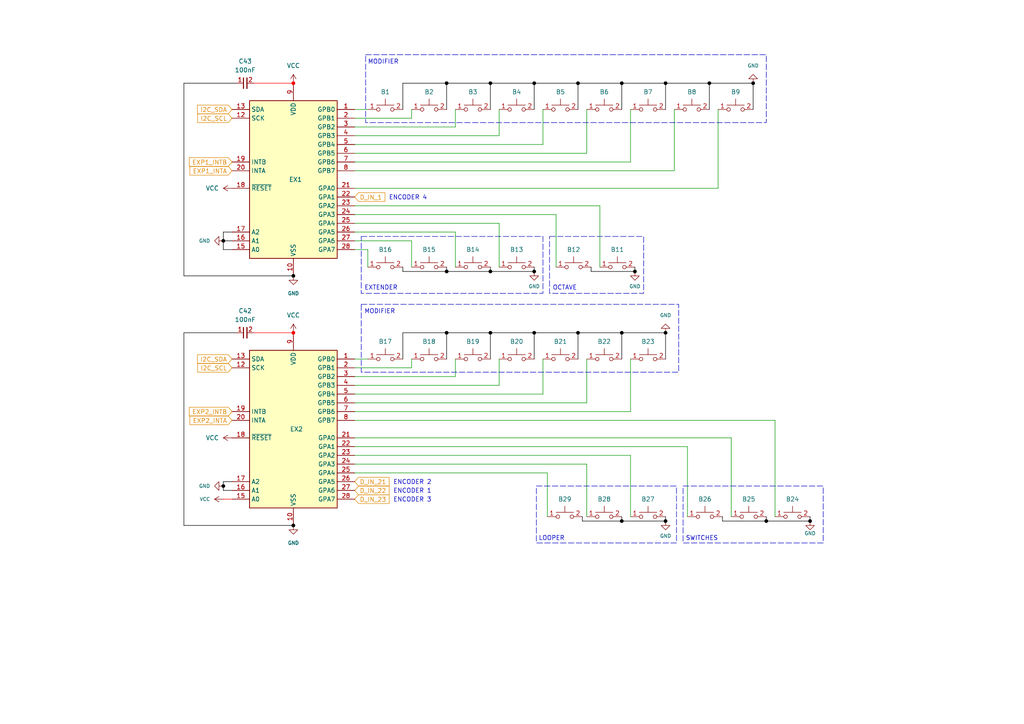
<source format=kicad_sch>
(kicad_sch (version 20250114) (generator "eeschema") (generator_version "9.0")
  (paper "A4")
  (lib_symbols
    (symbol "Symbols:Capacitor 0603"
      (property "Reference" "C" (at -3.048 0 90))
      (symbol "Capacitor 0603_0_1"
        (polyline (pts (xy -1.524 0.508) (xy 1.524 0.508)) (stroke (width 0.3048)))
        (polyline (pts (xy -1.524 -0.508) (xy 1.524 -0.508)) (stroke (width 0.3302)))
      )
      (symbol "Capacitor 0603_1_1"
        (pin passive line (at 0 2.54 270) (length 2.032) (name "~") (number "1"))
        (pin passive line (at 0 -2.54 90) (length 2.032) (name "~") (number "2"))
      )
    )
    (symbol "Symbols:GND" (power) (pin_numbers (hide yes)) (pin_names (hide yes))
      (property "Value" "GND" (at 0 -3.302 0))
      (symbol "GND_0_1"
        (polyline (pts (xy 0 0) (xy 0 -1.27) (xy 1.27 -1.27) (xy 0 -2.54) (xy -1.27 -1.27) (xy 0 -1.27)))
      )
      (symbol "GND_1_1"
        (pin power_in line (at 0 0 270) (length 0) (name "~") (number ""))
      )
    )
    (symbol "Symbols:MCP23017 Expander"
      (property "Reference" "U" (at 0 0 0))
      (symbol "MCP23017 Expander_0_1"
        (rectangle (start -12.7 22.86) (end 12.7 -22.86) (stroke (width 0.254)) (fill (type background)))
      )
      (symbol "MCP23017 Expander_1_1"
        (pin bidirectional line (at -17.78 20.32 0) (length 5.08) (name "SDA") (number "13"))
        (pin input line (at -17.78 17.78 0) (length 5.08) (name "SCK") (number "12"))
        (pin tri_state line (at -17.78 5.08 0) (length 5.08) (name "INTB") (number "19"))
        (pin tri_state line (at -17.78 2.54 0) (length 5.08) (name "INTA") (number "20"))
        (pin input line (at -17.78 -2.54 0) (length 5.08) (name "~{RESET}") (number "18"))
        (pin input line (at -17.78 -15.24 0) (length 5.08) (name "A2") (number "17"))
        (pin input line (at -17.78 -17.78 0) (length 5.08) (name "A1") (number "16"))
        (pin input line (at -17.78 -20.32 0) (length 5.08) (name "A0") (number "15"))
        (pin no_connect line (at -12.7 15.24 0) (length 5.08) (hide yes) (name "NC") (number "11"))
        (pin no_connect line (at -12.7 12.7 0) (length 5.08) (hide yes) (name "NC") (number "14"))
        (pin power_in line (at 0 27.94 270) (length 5.08) (name "VDD") (number "9"))
        (pin power_in line (at 0 -27.94 90) (length 5.08) (name "VSS") (number "10"))
        (pin bidirectional line (at 17.78 20.32 180) (length 5.08) (name "GPB0") (number "1"))
        (pin bidirectional line (at 17.78 17.78 180) (length 5.08) (name "GPB1") (number "2"))
        (pin bidirectional line (at 17.78 15.24 180) (length 5.08) (name "GPB2") (number "3"))
        (pin bidirectional line (at 17.78 12.7 180) (length 5.08) (name "GPB3") (number "4"))
        (pin bidirectional line (at 17.78 10.16 180) (length 5.08) (name "GPB4") (number "5"))
        (pin bidirectional line (at 17.78 7.62 180) (length 5.08) (name "GPB5") (number "6"))
        (pin bidirectional line (at 17.78 5.08 180) (length 5.08) (name "GPB6") (number "7"))
        (pin output line (at 17.78 2.54 180) (length 5.08) (name "GPB7") (number "8"))
        (pin bidirectional line (at 17.78 -2.54 180) (length 5.08) (name "GPA0") (number "21"))
        (pin bidirectional line (at 17.78 -5.08 180) (length 5.08) (name "GPA1") (number "22"))
        (pin bidirectional line (at 17.78 -7.62 180) (length 5.08) (name "GPA2") (number "23"))
        (pin bidirectional line (at 17.78 -10.16 180) (length 5.08) (name "GPA3") (number "24"))
        (pin bidirectional line (at 17.78 -12.7 180) (length 5.08) (name "GPA4") (number "25"))
        (pin bidirectional line (at 17.78 -15.24 180) (length 5.08) (name "GPA5") (number "26"))
        (pin bidirectional line (at 17.78 -17.78 180) (length 5.08) (name "GPA6") (number "27"))
        (pin output line (at 17.78 -20.32 180) (length 5.08) (name "GPA7") (number "28"))
      )
    )
    (symbol "Symbols:Push_Switch"
      (property "Reference" "B" (at 0 0 0))
      (symbol "Push_Switch_0_1"
        (circle (center -2.032 0) (radius 0.508))
        (polyline (pts (xy 0 1.27) (xy 0 3.048)))
        (circle (center 2.032 0) (radius 0.508))
        (polyline (pts (xy 2.54 1.27) (xy -2.54 1.27)))
      )
      (symbol "Push_Switch_1_1"
        (pin passive line (at -5.08 0 0) (length 2.54) (name "") (number "1"))
        (pin passive line (at 5.08 0 180) (length 2.54) (name "") (number "2"))
      )
    )
    (symbol "Symbols:VCC" (power) (pin_numbers (hide yes)) (pin_names (hide yes))
      (property "Value" "VCC" (at 0 3.81 0))
      (symbol "VCC_0_1"
        (polyline (pts (xy -0.762 1.27) (xy 0 2.54)))
        (polyline (pts (xy 0 2.54) (xy 0.762 1.27)))
        (polyline (pts (xy 0 0) (xy 0 2.54)))
      )
      (symbol "VCC_1_1"
        (pin power_in line (at 0 0 90) (length 0) (name "~") (number ""))
      )
    )
    (symbol "power:VCC" (power) (pin_numbers (hide yes)) (pin_names (offset 0) (hide yes))
      (property "Value" "VCC" (at 0 3.556 0))
      (symbol "VCC_0_1"
        (polyline (pts (xy -0.762 1.27) (xy 0 2.54)))
        (polyline (pts (xy 0 2.54) (xy 0.762 1.27)))
        (polyline (pts (xy 0 0) (xy 0 2.54)))
      )
      (symbol "VCC_1_1"
        (pin power_in line (at 0 0 90) (length 0) (name "~") (number "1"))
      )
    )
  )
  (rectangle (start 198.12 140.97) (end 238.76 157.48) (stroke (width 0) (type dash)))
  (rectangle (start 159.385 68.58) (end 186.69 85.09) (stroke (width 0) (type dash)))
  (rectangle (start 106.045 15.875) (end 222.25 35.56) (stroke (width 0) (type dash)))
  (rectangle (start 104.775 68.58) (end 157.48 85.09) (stroke (width 0) (type dash)))
  (rectangle (start 155.575 140.97) (end 196.215 157.48) (stroke (width 0) (type dash)))
  (rectangle (start 104.775 88.265) (end 196.85 107.95) (stroke (width 0) (type dash)))
  (text "ENCODER 1" (at 114.046 142.494 0) (effects (font (size 1.27 1.27)) (justify left)))
  (text "LOOPER" (at 156.21 156.21 0) (effects (font (size 1.27 1.27)) (justify left)))
  (text "MODIFIER" (at 106.68 18.034 0) (effects (font (size 1.27 1.27)) (justify left)))
  (text "MODIFIER" (at 105.664 90.424 0) (effects (font (size 1.27 1.27)) (justify left)))
  (text "ENCODER 4" (at 112.776 57.404 0) (effects (font (size 1.27 1.27)) (justify left)))
  (text "ENCODER 2" (at 114.046 139.954 0) (effects (font (size 1.27 1.27)) (justify left)))
  (text "EXTENDER" (at 105.664 83.566 0) (effects (font (size 1.27 1.27)) (justify left)))
  (text "ENCODER 3" (at 114.046 145.034 0) (effects (font (size 1.27 1.27)) (justify left)))
  (text "SWITCHES" (at 198.882 156.21 0) (effects (font (size 1.27 1.27)) (justify left)))
  (text "OCTAVE" (at 160.274 83.566 0) (effects (font (size 1.27 1.27)) (justify left)))
  (junction (at 154.94 24.13) (color 0 0 0 1))
  (junction (at 154.94 96.52) (color 0 0 0 1))
  (junction (at 167.64 96.52) (color 0 0 0 1))
  (junction (at 85.09 152.4) (color 0 0 0 1))
  (junction (at 184.15 78.74) (color 0 0 0 1))
  (junction (at 180.34 96.52) (color 0 0 0 1))
  (junction (at 142.24 78.74) (color 0 0 0 1))
  (junction (at 85.09 24.13) (color 255 0 0 1))
  (junction (at 142.24 96.52) (color 0 0 0 1))
  (junction (at 142.24 24.13) (color 0 0 0 1))
  (junction (at 218.44 24.13) (color 0 0 0 1))
  (junction (at 193.04 24.13) (color 0 0 0 1))
  (junction (at 167.64 24.13) (color 0 0 0 1))
  (junction (at 64.77 140.97) (color 0 0 0 1))
  (junction (at 205.74 24.13) (color 0 0 0 1))
  (junction (at 180.34 24.13) (color 0 0 0 1))
  (junction (at 129.54 96.52) (color 0 0 0 1))
  (junction (at 154.94 78.74) (color 0 0 0 1))
  (junction (at 193.04 151.13) (color 0 0 0 1))
  (junction (at 85.09 80.01) (color 0 0 0 1))
  (junction (at 129.54 24.13) (color 0 0 0 1))
  (junction (at 193.04 96.52) (color 0 0 0 1))
  (junction (at 64.77 69.85) (color 0 0 0 1))
  (junction (at 85.09 96.52) (color 255 0 0 1))
  (junction (at 129.54 78.74) (color 0 0 0 1))
  (junction (at 234.95 151.13) (color 0 0 0 1))
  (junction (at 180.34 151.13) (color 0 0 0 1))
  (junction (at 222.25 151.13) (color 0 0 0 1))
  (wire (pts (xy 102.87 49.53) (xy 195.58 49.53)))
  (wire (pts (xy 129.54 24.13) (xy 129.54 31.75)) (stroke (width 0) (color 0 0 0 1)))
  (wire (pts (xy 64.77 140.97) (xy 64.77 142.24)) (stroke (width 0) (color 0 0 0 1)))
  (wire (pts (xy 173.99 59.69) (xy 173.99 77.47)))
  (wire (pts (xy 102.87 109.22) (xy 132.08 109.22)))
  (wire (pts (xy 142.24 96.52) (xy 142.24 104.14)) (stroke (width 0) (color 0 0 0 1)))
  (wire (pts (xy 102.87 114.3) (xy 157.48 114.3)))
  (wire (pts (xy 208.28 54.61) (xy 208.28 31.75)))
  (wire (pts (xy 53.34 96.52) (xy 53.34 152.4)) (stroke (width 0) (color 0 0 0 1)))
  (wire (pts (xy 102.87 72.39) (xy 106.68 72.39)))
  (wire (pts (xy 209.55 151.13) (xy 222.25 151.13)) (stroke (width 0) (color 0 0 0 1)))
  (wire (pts (xy 205.74 24.13) (xy 205.74 31.75)) (stroke (width 0) (color 0 0 0 1)))
  (wire (pts (xy 193.04 96.52) (xy 193.04 104.14)) (stroke (width 0) (color 0 0 0 1)))
  (wire (pts (xy 102.87 121.92) (xy 224.79 121.92)))
  (wire (pts (xy 182.88 132.08) (xy 182.88 149.86)))
  (wire (pts (xy 102.87 34.29) (xy 119.38 34.29)))
  (wire (pts (xy 157.48 41.91) (xy 157.48 31.75)))
  (wire (pts (xy 167.64 96.52) (xy 180.34 96.52)) (stroke (width 0) (color 0 0 0 1)))
  (wire (pts (xy 144.78 64.77) (xy 144.78 77.47)))
  (wire (pts (xy 106.68 72.39) (xy 106.68 77.47)))
  (wire (pts (xy 85.09 24.13) (xy 73.66 24.13)) (stroke (width 0) (color 255 0 0 1)))
  (wire (pts (xy 102.87 62.23) (xy 161.29 62.23)))
  (wire (pts (xy 116.84 24.13) (xy 129.54 24.13)) (stroke (width 0) (color 0 0 0 1)))
  (wire (pts (xy 64.77 67.31) (xy 64.77 69.85)) (stroke (width 0) (color 0 0 0 1)))
  (wire (pts (xy 154.94 77.47) (xy 154.94 78.74)) (stroke (width 0) (color 0 0 0 1)))
  (wire (pts (xy 193.04 149.86) (xy 193.04 151.13)) (stroke (width 0) (color 0 0 0 1)))
  (wire (pts (xy 68.58 96.52) (xy 53.34 96.52)) (stroke (width 0) (color 0 0 0 1)))
  (wire (pts (xy 132.08 67.31) (xy 132.08 77.47)))
  (wire (pts (xy 182.88 46.99) (xy 182.88 31.75)))
  (wire (pts (xy 64.77 144.78) (xy 67.31 144.78)) (stroke (width 0) (color 255 0 0 1)))
  (wire (pts (xy 182.88 119.38) (xy 182.88 104.14)))
  (wire (pts (xy 129.54 77.47) (xy 129.54 78.74)) (stroke (width 0) (color 0 0 0 1)))
  (wire (pts (xy 116.84 104.14) (xy 116.84 96.52)) (stroke (width 0) (color 0 0 0 1)))
  (wire (pts (xy 154.94 96.52) (xy 154.94 104.14)) (stroke (width 0) (color 0 0 0 1)))
  (wire (pts (xy 102.87 46.99) (xy 182.88 46.99)))
  (wire (pts (xy 184.15 77.47) (xy 184.15 78.74)) (stroke (width 0) (color 0 0 0 1)))
  (wire (pts (xy 64.77 69.85) (xy 64.77 72.39)) (stroke (width 0) (color 0 0 0 1)))
  (wire (pts (xy 154.94 24.13) (xy 154.94 31.75)) (stroke (width 0) (color 0 0 0 1)))
  (wire (pts (xy 234.95 149.86) (xy 234.95 151.13)) (stroke (width 0) (color 0 0 0 1)))
  (wire (pts (xy 132.08 36.83) (xy 132.08 31.75)))
  (wire (pts (xy 53.34 24.13) (xy 53.34 80.01)) (stroke (width 0) (color 0 0 0 1)))
  (wire (pts (xy 218.44 24.13) (xy 218.44 31.75)) (stroke (width 0) (color 0 0 0 1)))
  (wire (pts (xy 64.77 67.31) (xy 67.31 67.31)) (stroke (width 0) (color 0 0 0 1)))
  (wire (pts (xy 116.84 77.47) (xy 116.84 78.74)) (stroke (width 0) (color 0 0 0 1)))
  (wire (pts (xy 119.38 34.29) (xy 119.38 31.75)))
  (wire (pts (xy 195.58 49.53) (xy 195.58 31.75)))
  (wire (pts (xy 64.77 69.85) (xy 67.31 69.85)) (stroke (width 0) (color 0 0 0 1)))
  (wire (pts (xy 154.94 78.74) (xy 142.24 78.74)) (stroke (width 0) (color 0 0 0 1)))
  (wire (pts (xy 180.34 24.13) (xy 193.04 24.13)) (stroke (width 0) (color 0 0 0 1)))
  (wire (pts (xy 102.87 119.38) (xy 182.88 119.38)))
  (wire (pts (xy 53.34 80.01) (xy 85.09 80.01)) (stroke (width 0) (color 0 0 0 1)))
  (wire (pts (xy 142.24 24.13) (xy 142.24 31.75)) (stroke (width 0) (color 0 0 0 1)))
  (wire (pts (xy 184.15 78.74) (xy 171.45 78.74)) (stroke (width 0) (color 0 0 0 1)))
  (wire (pts (xy 157.48 114.3) (xy 157.48 104.14)))
  (wire (pts (xy 168.91 149.86) (xy 168.91 151.13)) (stroke (width 0) (color 0 0 0 1)))
  (wire (pts (xy 180.34 151.13) (xy 168.91 151.13)) (stroke (width 0) (color 0 0 0 1)))
  (wire (pts (xy 129.54 24.13) (xy 142.24 24.13)) (stroke (width 0) (color 0 0 0 1)))
  (wire (pts (xy 142.24 78.74) (xy 129.54 78.74)) (stroke (width 0) (color 0 0 0 1)))
  (wire (pts (xy 205.74 24.13) (xy 218.44 24.13)) (stroke (width 0) (color 0 0 0 1)))
  (wire (pts (xy 102.87 111.76) (xy 144.78 111.76)))
  (wire (pts (xy 119.38 106.68) (xy 119.38 104.14)))
  (wire (pts (xy 53.34 152.4) (xy 85.09 152.4)) (stroke (width 0) (color 0 0 0 1)))
  (wire (pts (xy 234.95 151.13) (xy 222.25 151.13)) (stroke (width 0) (color 0 0 0 1)))
  (wire (pts (xy 167.64 24.13) (xy 180.34 24.13)) (stroke (width 0) (color 0 0 0 1)))
  (wire (pts (xy 102.87 54.61) (xy 208.28 54.61)))
  (wire (pts (xy 64.77 142.24) (xy 67.31 142.24)) (stroke (width 0) (color 0 0 0 1)))
  (wire (pts (xy 116.84 78.74) (xy 129.54 78.74)) (stroke (width 0) (color 0 0 0 1)))
  (wire (pts (xy 180.34 149.86) (xy 180.34 151.13)) (stroke (width 0) (color 0 0 0 1)))
  (wire (pts (xy 129.54 96.52) (xy 129.54 104.14)) (stroke (width 0) (color 0 0 0 1)))
  (wire (pts (xy 102.87 104.14) (xy 106.68 104.14)))
  (wire (pts (xy 102.87 67.31) (xy 132.08 67.31)))
  (wire (pts (xy 170.18 44.45) (xy 170.18 31.75)))
  (wire (pts (xy 102.87 59.69) (xy 173.99 59.69)))
  (wire (pts (xy 209.55 149.86) (xy 209.55 151.13)) (stroke (width 0) (color 0 0 0 1)))
  (wire (pts (xy 180.34 96.52) (xy 193.04 96.52)) (stroke (width 0) (color 0 0 0 1)))
  (wire (pts (xy 67.31 139.7) (xy 64.77 139.7)) (stroke (width 0) (color 0 0 0 1)))
  (wire (pts (xy 144.78 111.76) (xy 144.78 104.14)))
  (wire (pts (xy 193.04 24.13) (xy 205.74 24.13)) (stroke (width 0) (color 0 0 0 1)))
  (wire (pts (xy 102.87 36.83) (xy 132.08 36.83)))
  (wire (pts (xy 154.94 96.52) (xy 167.64 96.52)) (stroke (width 0) (color 0 0 0 1)))
  (wire (pts (xy 171.45 77.47) (xy 171.45 78.74)) (stroke (width 0) (color 0 0 0 1)))
  (wire (pts (xy 102.87 69.85) (xy 119.38 69.85)))
  (wire (pts (xy 193.04 24.13) (xy 193.04 31.75)) (stroke (width 0) (color 0 0 0 1)))
  (wire (pts (xy 102.87 44.45) (xy 170.18 44.45)))
  (wire (pts (xy 102.87 116.84) (xy 170.18 116.84)))
  (wire (pts (xy 161.29 62.23) (xy 161.29 77.47)))
  (wire (pts (xy 158.75 137.16) (xy 158.75 149.86)))
  (wire (pts (xy 102.87 127) (xy 212.09 127)))
  (wire (pts (xy 85.09 96.52) (xy 73.66 96.52)) (stroke (width 0) (color 255 0 0 1)))
  (wire (pts (xy 129.54 96.52) (xy 142.24 96.52)) (stroke (width 0) (color 0 0 0 1)))
  (wire (pts (xy 142.24 77.47) (xy 142.24 78.74)) (stroke (width 0) (color 0 0 0 1)))
  (wire (pts (xy 193.04 151.13) (xy 180.34 151.13)) (stroke (width 0) (color 0 0 0 1)))
  (wire (pts (xy 224.79 121.92) (xy 224.79 149.86)))
  (wire (pts (xy 170.18 116.84) (xy 170.18 104.14)))
  (wire (pts (xy 102.87 64.77) (xy 144.78 64.77)))
  (wire (pts (xy 170.18 134.62) (xy 170.18 149.86)))
  (wire (pts (xy 142.24 96.52) (xy 154.94 96.52)) (stroke (width 0) (color 0 0 0 1)))
  (wire (pts (xy 180.34 96.52) (xy 180.34 104.14)) (stroke (width 0) (color 0 0 0 1)))
  (wire (pts (xy 64.77 72.39) (xy 67.31 72.39)) (stroke (width 0) (color 0 0 0 1)))
  (wire (pts (xy 116.84 96.52) (xy 129.54 96.52)) (stroke (width 0) (color 0 0 0 1)))
  (wire (pts (xy 212.09 127) (xy 212.09 149.86)))
  (wire (pts (xy 222.25 149.86) (xy 222.25 151.13)) (stroke (width 0) (color 0 0 0 1)))
  (wire (pts (xy 102.87 134.62) (xy 170.18 134.62)))
  (wire (pts (xy 154.94 24.13) (xy 167.64 24.13)) (stroke (width 0) (color 0 0 0 1)))
  (wire (pts (xy 102.87 41.91) (xy 157.48 41.91)))
  (wire (pts (xy 102.87 137.16) (xy 158.75 137.16)))
  (wire (pts (xy 180.34 24.13) (xy 180.34 31.75)) (stroke (width 0) (color 0 0 0 1)))
  (wire (pts (xy 116.84 31.75) (xy 116.84 24.13)) (stroke (width 0) (color 0 0 0 1)))
  (wire (pts (xy 102.87 31.75) (xy 106.68 31.75)))
  (wire (pts (xy 144.78 39.37) (xy 144.78 31.75)))
  (wire (pts (xy 102.87 39.37) (xy 144.78 39.37)))
  (wire (pts (xy 119.38 69.85) (xy 119.38 77.47)))
  (wire (pts (xy 102.87 129.54) (xy 199.39 129.54)))
  (wire (pts (xy 132.08 109.22) (xy 132.08 104.14)))
  (wire (pts (xy 102.87 106.68) (xy 119.38 106.68)))
  (wire (pts (xy 167.64 31.75) (xy 167.64 24.13)) (stroke (width 0) (color 0 0 0 1)))
  (wire (pts (xy 68.58 24.13) (xy 53.34 24.13)) (stroke (width 0) (color 0 0 0 1)))
  (wire (pts (xy 64.77 139.7) (xy 64.77 140.97)) (stroke (width 0) (color 0 0 0 1)))
  (wire (pts (xy 167.64 104.14) (xy 167.64 96.52)) (stroke (width 0) (color 0 0 0 1)))
  (wire (pts (xy 102.87 132.08) (xy 182.88 132.08)))
  (wire (pts (xy 199.39 149.86) (xy 199.39 129.54)))
  (wire (pts (xy 142.24 24.13) (xy 154.94 24.13)) (stroke (width 0) (color 0 0 0 1)))
  (global_label "D_IN_1" (shape input) (at 102.87 57.15 0) (property "Intersheetrefs" "${INTERSHEET_REFS}" (effects (hide yes))))
  (global_label "I2C_SDA" (shape input) (at 67.31 31.75 180) (property "Intersheetrefs" "${INTERSHEET_REFS}" (effects (hide yes))))
  (global_label "D_IN_23" (shape input) (at 102.87 144.78 0) (property "Intersheetrefs" "${INTERSHEET_REFS}" (effects (hide yes))))
  (global_label "EXP1_INTA" (shape input) (at 67.31 49.53 180) (property "Intersheetrefs" "${INTERSHEET_REFS}" (effects (hide yes))))
  (global_label "D_IN_21" (shape input) (at 102.87 139.7 0) (property "Intersheetrefs" "${INTERSHEET_REFS}" (effects (hide yes))))
  (global_label "I2C_SDA" (shape input) (at 67.31 104.14 180) (property "Intersheetrefs" "${INTERSHEET_REFS}" (effects (hide yes))))
  (global_label "I2C_SCL" (shape input) (at 67.31 34.29 180) (property "Intersheetrefs" "${INTERSHEET_REFS}" (effects (hide yes))))
  (global_label "EXP2_INTA" (shape input) (at 67.31 121.92 180) (property "Intersheetrefs" "${INTERSHEET_REFS}" (effects (hide yes))))
  (global_label "EXP1_INTB" (shape input) (at 67.31 46.99 180) (property "Intersheetrefs" "${INTERSHEET_REFS}" (effects (hide yes))))
  (global_label "D_IN_22" (shape input) (at 102.87 142.24 0) (property "Intersheetrefs" "${INTERSHEET_REFS}" (effects (hide yes))))
  (global_label "I2C_SCL" (shape input) (at 67.31 106.68 180) (property "Intersheetrefs" "${INTERSHEET_REFS}" (effects (hide yes))))
  (global_label "EXP2_INTB" (shape input) (at 67.31 119.38 180) (property "Intersheetrefs" "${INTERSHEET_REFS}" (effects (hide yes))))
  (symbol (lib_id "Symbols:Push_Switch") (at 111.76 104.14 0) (unit 1)
    (property "Reference" "B17" (at 111.76 99.06 0))
  )
  (symbol (lib_id "Symbols:Push_Switch") (at 175.26 31.75 0) (unit 1)
    (property "Reference" "B6" (at 175.26 26.67 0))
  )
  (symbol (lib_id "Symbols:Capacitor 0603") (at 71.12 24.13 90) (unit 1)
    (property "Reference" "C43" (at 71.1263 17.78 90))
    (property "Value" "100nF" (at 71.1263 20.32 90))
  )
  (symbol (lib_id "Symbols:GND") (at 85.09 80.01 0) (unit 1)
    (property "Reference" "#PWR0122" (effects (hide yes)))
    (property "Value" "GND" (at 85.09 85.09 0) (effects (font (size 1.016 1.016))))
  )
  (symbol (lib_id "Symbols:MCP23017 Expander") (at 85.09 124.46 0) (unit 1)
    (property "Reference" "EX2" (at 84.074 124.46 0) (effects (justify left)))
  )
  (symbol (lib_id "power:VCC") (at 85.09 24.13 0) (unit 1)
    (property "Reference" "#PWR0121" (effects (hide yes)))
    (property "Value" "VCC" (at 85.09 19.05 0))
    (property "Description" "Power symbol creates a global label with name \"VCC\"" (effects (hide yes)))
  )
  (symbol (lib_id "Symbols:GND") (at 218.44 24.13 180) (unit 1)
    (property "Reference" "#PWR0106" (effects (hide yes)))
    (property "Value" "GND" (at 218.44 19.05 0) (effects (font (size 1.016 1.016))))
  )
  (symbol (lib_id "Symbols:Push_Switch") (at 175.26 149.86 0) (unit 1)
    (property "Reference" "B28" (at 175.26 144.78 0))
  )
  (symbol (lib_id "power:VCC") (at 67.31 127 90) (unit 1)
    (property "Reference" "#PWR0123" (effects (hide yes)))
    (property "Value" "VCC" (at 63.5 126.9999 90) (effects (justify left)))
    (property "Description" "Power symbol creates a global label with name \"VCC\"" (effects (hide yes)))
  )
  (symbol (lib_id "power:VCC") (at 67.31 54.61 90) (unit 1)
    (property "Reference" "#PWR0118" (effects (hide yes)))
    (property "Value" "VCC" (at 63.5 54.6099 90) (effects (justify left)))
    (property "Description" "Power symbol creates a global label with name \"VCC\"" (effects (hide yes)))
  )
  (symbol (lib_id "Symbols:Push_Switch") (at 124.46 104.14 0) (unit 1)
    (property "Reference" "B18" (at 124.46 99.06 0))
  )
  (symbol (lib_id "Symbols:Push_Switch") (at 163.83 149.86 0) (unit 1)
    (property "Reference" "B29" (at 163.83 144.78 0))
  )
  (symbol (lib_id "Symbols:Push_Switch") (at 187.96 31.75 0) (unit 1)
    (property "Reference" "B7" (at 187.96 26.67 0))
  )
  (symbol (lib_id "Symbols:Push_Switch") (at 187.96 104.14 0) (unit 1)
    (property "Reference" "B23" (at 187.96 99.06 0))
  )
  (symbol (lib_id "Symbols:Push_Switch") (at 162.56 104.14 0) (unit 1)
    (property "Reference" "B21" (at 162.56 99.06 0))
  )
  (symbol (lib_id "Symbols:VCC") (at 64.77 144.78 90) (unit 1)
    (property "Reference" "#PWR0116" (effects (hide yes)))
    (property "Value" "VCC" (at 60.96 144.7799 90) (effects (font (size 1.016 1.016)) (justify left)))
  )
  (symbol (lib_id "Symbols:GND") (at 184.15 78.74 0) (unit 1)
    (property "Reference" "#PWR0107" (effects (hide yes)))
    (property "Value" "GND" (at 184.15 83.058 0) (effects (font (size 1.016 1.016))))
  )
  (symbol (lib_id "Symbols:Push_Switch") (at 137.16 104.14 0) (unit 1)
    (property "Reference" "B19" (at 137.16 99.06 0))
  )
  (symbol (lib_id "Symbols:Push_Switch") (at 149.86 77.47 0) (unit 1)
    (property "Reference" "B13" (at 149.86 72.39 0))
  )
  (symbol (lib_id "Symbols:GND") (at 85.09 152.4 0) (unit 1)
    (property "Reference" "#PWR0120" (effects (hide yes)))
    (property "Value" "GND" (at 85.09 157.48 0) (effects (font (size 1.016 1.016))))
  )
  (symbol (lib_id "Symbols:Push_Switch") (at 213.36 31.75 0) (unit 1)
    (property "Reference" "B9" (at 213.36 26.67 0))
  )
  (symbol (lib_id "Symbols:Push_Switch") (at 229.87 149.86 0) (unit 1)
    (property "Reference" "B24" (at 229.87 144.78 0))
  )
  (symbol (lib_id "Symbols:GND") (at 193.04 96.52 180) (unit 1)
    (property "Reference" "#PWR0111" (effects (hide yes)))
    (property "Value" "GND" (at 193.04 91.44 0) (effects (font (size 1.016 1.016))))
  )
  (symbol (lib_id "Symbols:MCP23017 Expander") (at 85.09 52.07 0) (unit 1)
    (property "Reference" "EX1" (at 83.82 52.07 0) (effects (justify left)))
  )
  (symbol (lib_id "Symbols:GND") (at 64.77 140.97 270) (unit 1)
    (property "Reference" "#PWR0115" (effects (hide yes)))
    (property "Value" "GND" (at 60.96 140.9699 90) (effects (font (size 1.016 1.016)) (justify right)))
  )
  (symbol (lib_id "Symbols:Push_Switch") (at 137.16 77.47 0) (unit 1)
    (property "Reference" "B14" (at 137.16 72.39 0))
  )
  (symbol (lib_id "power:VCC") (at 85.09 96.52 0) (unit 1)
    (property "Reference" "#PWR0119" (effects (hide yes)))
    (property "Value" "VCC" (at 85.09 91.44 0))
    (property "Description" "Power symbol creates a global label with name \"VCC\"" (effects (hide yes)))
  )
  (symbol (lib_id "Symbols:Push_Switch") (at 111.76 31.75 0) (unit 1)
    (property "Reference" "B1" (at 111.76 26.67 0))
  )
  (symbol (lib_id "Symbols:Push_Switch") (at 124.46 31.75 0) (unit 1)
    (property "Reference" "B2" (at 124.46 26.67 0))
  )
  (symbol (lib_id "Symbols:GND") (at 193.04 151.13 0) (unit 1)
    (property "Reference" "#PWR0110" (effects (hide yes)))
    (property "Value" "GND" (at 193.04 155.448 0) (effects (font (size 1.016 1.016))))
  )
  (symbol (lib_id "Symbols:Push_Switch") (at 137.16 31.75 0) (unit 1)
    (property "Reference" "B3" (at 137.16 26.67 0))
  )
  (symbol (lib_id "Symbols:GND") (at 64.77 69.85 270) (unit 1)
    (property "Reference" "#PWR0117" (effects (hide yes)))
    (property "Value" "GND" (at 60.96 69.8499 90) (effects (font (size 1.016 1.016)) (justify right)))
  )
  (symbol (lib_id "Symbols:Push_Switch") (at 179.07 77.47 0) (unit 1)
    (property "Reference" "B11" (at 179.07 72.39 0))
  )
  (symbol (lib_id "Symbols:Push_Switch") (at 111.76 77.47 0) (unit 1)
    (property "Reference" "B16" (at 111.76 72.39 0))
  )
  (symbol (lib_id "Symbols:GND") (at 234.95 151.13 0) (unit 1)
    (property "Reference" "#PWR0112" (effects (hide yes)))
    (property "Value" "GND" (at 234.95 154.686 0) (effects (font (size 1.016 1.016))))
  )
  (symbol (lib_id "Symbols:Capacitor 0603") (at 71.12 96.52 90) (unit 1)
    (property "Reference" "C42" (at 71.1263 90.17 90))
    (property "Value" "100nF" (at 71.1263 92.71 90))
  )
  (symbol (lib_id "Symbols:Push_Switch") (at 149.86 31.75 0) (unit 1)
    (property "Reference" "B4" (at 149.86 26.67 0))
  )
  (symbol (lib_id "Symbols:Push_Switch") (at 217.17 149.86 0) (unit 1)
    (property "Reference" "B25" (at 217.17 144.78 0))
  )
  (symbol (lib_id "Symbols:Push_Switch") (at 204.47 149.86 0) (unit 1)
    (property "Reference" "B26" (at 204.47 144.78 0))
  )
  (symbol (lib_id "Symbols:Push_Switch") (at 124.46 77.47 0) (unit 1)
    (property "Reference" "B15" (at 124.46 72.39 0))
  )
  (symbol (lib_id "Symbols:Push_Switch") (at 166.37 77.47 0) (unit 1)
    (property "Reference" "B12" (at 166.37 72.39 0))
  )
  (symbol (lib_id "Symbols:Push_Switch") (at 149.86 104.14 0) (unit 1)
    (property "Reference" "B20" (at 149.86 99.06 0))
  )
  (symbol (lib_id "Symbols:Push_Switch") (at 200.66 31.75 0) (unit 1)
    (property "Reference" "B8" (at 200.66 26.67 0))
  )
  (symbol (lib_id "Symbols:Push_Switch") (at 187.96 149.86 0) (unit 1)
    (property "Reference" "B27" (at 187.96 144.78 0))
  )
  (symbol (lib_id "Symbols:Push_Switch") (at 162.56 31.75 0) (unit 1)
    (property "Reference" "B5" (at 162.56 26.67 0))
  )
  (symbol (lib_id "Symbols:Push_Switch") (at 175.26 104.14 0) (unit 1)
    (property "Reference" "B22" (at 175.26 99.06 0))
  )
  (symbol (lib_id "Symbols:GND") (at 154.94 78.74 0) (unit 1)
    (property "Reference" "#PWR0108" (effects (hide yes)))
    (property "Value" "GND" (at 154.94 83.058 0) (effects (font (size 1.016 1.016))))
  )
)
</source>
